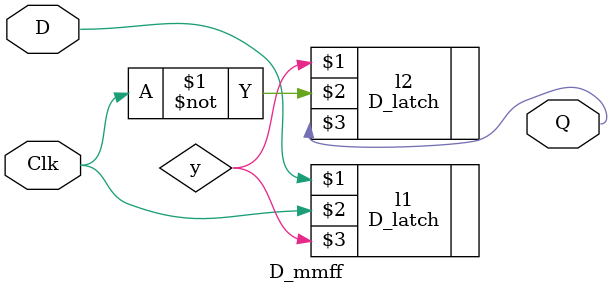
<source format=sv>
`timescale 1ns/1ns

module D_mmff(input D, Clk, output Q);
	
	wire y;
	D_latch l1(D, Clk, y), l2(y, ~Clk, Q);
	
endmodule

</source>
